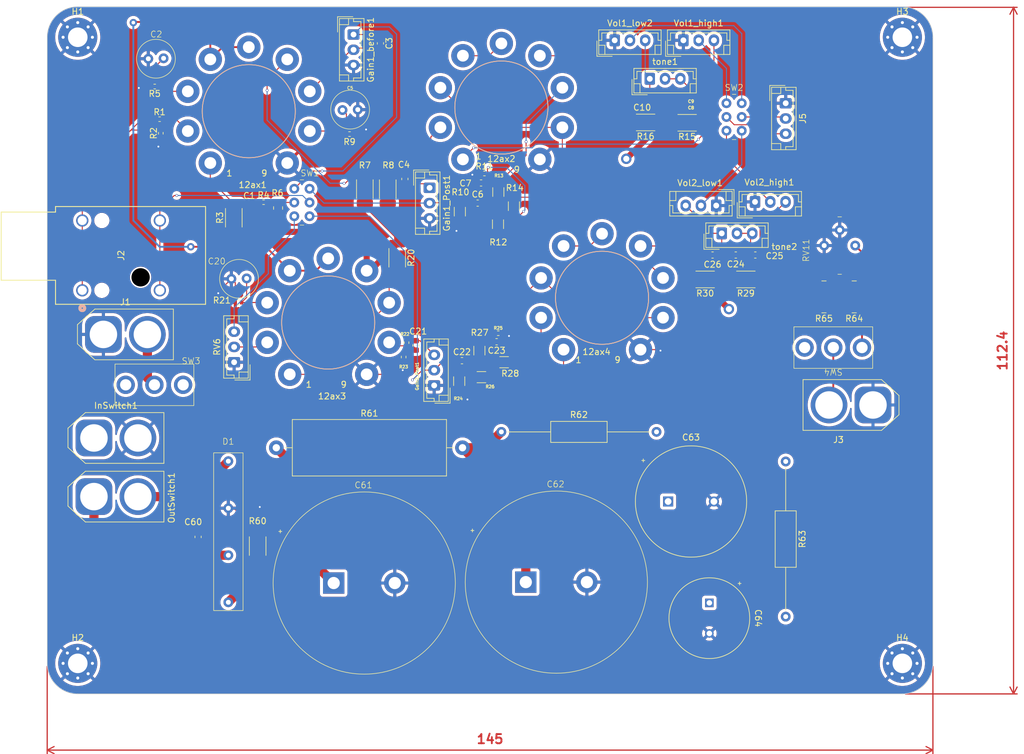
<source format=kicad_pcb>
(kicad_pcb (version 20241229) (generator "pcbnew") (generator_version "9.0")
  (layers (0 "F.Cu" signal) (4 "In1.Cu" signal) (6 "In2.Cu" signal) (2 "B.Cu" signal) (13 "F.Paste" user) (15 "B.Paste" user) (5 "F.SilkS" user "F.Silkscreen") (7 "B.SilkS" user "B.Silkscreen") (1 "F.Mask" user) (3 "B.Mask" user) (25 "Edge.Cuts" user))
  (net 0 "")
  (net 1 "Net-(C1-Pad2)")
  (net 2 "Net-(12ax1-1)")
  (net 3 "Net-(12ax1-3)")
  (net 4 "/Préampli/7")
  (net 5 "Net-(C3-Pad1)")
  (net 6 "Net-(C4-Pad1)")
  (net 7 "Net-(C4-Pad2)")
  (net 8 "Net-(12ax1-8)")
  (net 9 "Net-(C6-Pad1)")
  (net 10 "Net-(12ax2-2)")
  (net 11 "Net-(12ax2-7)")
  (net 12 "Net-(C8-Pad2)")
  (net 13 "Net-(12ax2-1)")
  (net 14 "Net-(C9-Pad1)")
  (net 15 "Net-(C10-Pad2)")
  (net 16 "Net-(12ax2-6)")
  (net 17 "Net-(12ax3-3)")
  (net 18 "Net-(C21-Pad1)")
  (net 19 "Net-(C21-Pad2)")
  (net 20 "Net-(C22-Pad1)")
  (net 21 "Net-(12ax4-2)")
  (net 22 "Net-(12ax4-7)")
  (net 23 "Net-(12ax4-1)")
  (net 24 "Net-(C24-Pad2)")
  (net 25 "Net-(C25-Pad1)")
  (net 26 "Net-(12ax4-6)")
  (net 27 "Net-(C26-Pad2)")
  (net 28 "Net-(OutSwitch1-Pin_1)")
  (net 29 "Net-(OutSwitch1-Pin_2)")
  (net 30 "Heater1_B")
  (net 31 "Net-(12ax1-2)")
  (net 32 "Net-(J2-Pad1)")
  (net 33 "D")
  (net 34 "Net-(R4-Pad2)")
  (net 35 "Net-(R11-Pad2)")
  (net 36 "Net-(12ax2-3)")
  (net 37 "C")
  (net 38 "Net-(12ax3-1)")
  (net 39 "Net-(12ax3-8)")
  (net 40 "Net-(R25-Pad2)")
  (net 41 "Net-(12ax4-3)")
  (net 42 "Heater1_A")
  (net 43 "Net-(RV6-Pad3)")
  (net 44 "Net-(12ax3-2)")
  (net 45 "5")
  (net 46 "2")
  (net 47 "3")
  (net 48 "+250V")
  (net 49 "Net-(J1-Pin_2)")
  (net 50 "Net-(J3-Pin_2)")
  (net 53 "/Préampli/neutre")
  (net 54 "Net-(D1-+)")
  (net 55 "Net-(C62-Pad1)")
  (net 56 "/Préampli/6")
  (net 57 "10")
  (net 58 "Net-(J5-Pin_2)")
  (net 59 "Net-(J5-Pin_3)")
  (footprint "Library_f:Holes_Switch_DPDT" (layer "F.Cu") (at 66.7 64.55)
    (property "Reference" "SW1")
    (property "Value" "SW_Push_DPDT")
  )
  (footprint "Connector_JST:JST_EH_B3B-EH-A_1x03_P2.50mm_Vertical" (layer "F.Cu") (at 140.875 64.45)
    (property "Reference" "Vol2_high1")
    (property "Value" "1M")
  )
  (footprint "Connector_JST:JST_EH_B3B-EH-A_1x03_P2.50mm_Vertical" (layer "F.Cu") (at 87.6 62.15 -90)
    (property "Reference" "Gain1_Post1")
    (property "Value" "1M")
  )
  (footprint "Preamp:NOVAL_BOTTOM_PCB" (layer "F.Cu") (at 115.8322 80.1512)
    (property "Reference" "12ax4")
    (property "Value" "~")
  )
  (footprint "Capacitor_SMD:C_0603_1608Metric" (layer "F.Cu") (at 95.475 64.65)
    (property "Reference" "C6")
    (property "Value" "47n")
  )
  (footprint "Connector_JST:JST_EH_B3B-EH-A_1x03_P2.50mm_Vertical" (layer "F.Cu") (at 135.425 69.6)
    (property "Reference" "tone2")
    (property "Value" "500k")
  )
  (footprint "Resistor_SMD:R_0402_1005Metric" (layer "F.Cu") (at 42.6 45.5667 180)
    (property "Reference" "R5")
    (property "Value" "1.5k")
  )
  (footprint "Capacitor_SMD:C_0603_1608Metric" (layer "F.Cu") (at 133.925 73.15)
    (property "Reference" "C26")
    (property "Value" "68n")
  )
  (footprint "Resistor_SMD:R_1206_3216Metric" (layer "F.Cu") (at 96.0875 93.15)
    (property "Reference" "R26")
    (property "Value" "1M")
  )
  (footprint "Resistor_SMD:R_2010_5025Metric" (layer "F.Cu") (at 55.55 67.05 90)
    (property "Reference" "R3")
    (property "Value" "100k")
  )
  (footprint "Resistor_SMD:R_0402_1005Metric" (layer "F.Cu") (at 60.425 64.5)
    (property "Reference" "R4")
    (property "Value" "68k")
  )
  (footprint "Capacitor_SMD:C_0603_1608Metric" (layer "F.Cu") (at 137.725 73.15)
    (property "Reference" "C24")
    (property "Value" "68n")
  )
  (footprint "Capacitor_SMD:C_0201_0603Metric" (layer "F.Cu") (at 58.075 64.5)
    (property "Reference" "C1")
    (property "Value" "1n")
  )
  (footprint "Resistor_SMD:R_0402_1005Metric" (layer "F.Cu") (at 74.49 53.3467)
    (property "Reference" "R9")
    (property "Value" "1.5k")
  )
  (footprint "Resistor_SMD:R_0402_1005Metric" (layer "F.Cu") (at 56.3 80.9233 180)
    (property "Reference" "R21")
    (property "Value" "1.5k")
  )
  (footprint "Capacitor_SMD:C_0603_1608Metric" (layer "F.Cu") (at 92.9 90.45)
    (property "Reference" "C22")
    (property "Value" "68n")
  )
  (footprint "Resistor_THT:R_Axial_DIN0309_L9.0mm_D3.2mm_P25.40mm_Horizontal" (layer "F.Cu") (at 145.9 106.95 -90)
    (property "Reference" "R63")
    (property "Value" "10k")
  )
  (footprint "Connector_JST:JST_EH_B3B-EH-A_1x03_P2.50mm_Vertical" (layer "F.Cu") (at 117.9 38)
    (property "Reference" "Vol1_low2")
    (property "Value" "1M")
  )
  (footprint "Resistor_SMD:R_0805_2012Metric" (layer "F.Cu") (at 62.8 65.45 -90)
    (property "Reference" "R6")
    (property "Value" "470k")
  )
  (footprint "Resistor_SMD:R_1206_3216Metric" (layer "F.Cu") (at 99.8 90.7)
    (property "Reference" "R28")
    (property "Value" "2.2k")
  )
  (footprint "Library_f:Capa_450V" (layer "F.Cu") (at 108.35 126.7)
    (property "Reference" "C62")
    (property "Value" "47u")
  )
  (footprint "Resistor_SMD:R_1206_3216Metric" (layer "F.Cu") (at 101.4 65.1533 90)
    (property "Reference" "R14")
    (property "Value" "2.2k")
  )
  (footprint "Preamp:CONN_NRJ4HF-1_NTK" (layer "F.Cu") (at 30.741104 78.9316 90)
    (property "Reference" "J2")
    (property "Value" "Jack-DC")
  )
  (footprint "Library_f:Potentiomètre_220" (layer "F.Cu") (at 154.74 71.6 180)
    (property "Reference" "RV11")
    (property "Value" "220")
  )
  (footprint "Resistor_SMD:R_0402_1005Metric" (layer "F.Cu") (at 83.35 89.85 -90)
    (property "Reference" "R23")
    (property "Value" "100k")
  )
  (footprint "Connector_AMASS:AMASS_XT60-M_1x02_P7.20mm_Vertical" (layer "F.Cu") (at 32.65 103.1)
    (property "Reference" "InSwitch1")
    (property "Value" "Conn_01x02")
  )
  (footprint "Library_f:Capa_L11mm_a2.5" (layer "F.Cu") (at 74.59 49.3467)
    (property "Reference" "C5")
    (property "Value" "22u")
  )
  (footprint "Resistor_SMD:R_2010_5025Metric" (layer "F.Cu") (at 80.75 62.3625 90)
    (property "Reference" "R8")
    (property "Value" "100k")
  )
  (footprint "MountingHole:MountingHole_3.2mm_M3_Pad_Via" (layer "F.Cu") (at 30 140)
    (property "Reference" "H2")
    (property "Value" "MountingHole_Pad")
  )
  (footprint "MountingHole:MountingHole_3.2mm_M3_Pad_Via" (layer "F.Cu") (at 165 37.5)
    (property "Reference" "H3")
    (property "Value" "MountingHole_Pad")
  )
  (footprint "Library_f:472123010111" (layer "F.Cu") (at 42.55 94.4)
    (property "Reference" "SW3")
    (property "Value" "SW_SPDT")
  )
  (footprint "Library_f:Capa_L11mm_a2.5" (layer "F.Cu") (at 42.8 41.0167 180)
    (property "Reference" "C2")
    (property "Value" "22u")
  )
  (footprint "Resistor_SMD:R_2010_5025Metric" (layer "F.Cu") (at 139.375 77.15 180)
    (property "Reference" "R29")
    (property "Value" "100k")
  )
  (footprint "Library_f:CP_Wurth_WCAP-AT1H-P5D13L25" (layer "F.Cu") (at 133.4 130.1 -90)
    (property "Reference" "C64")
    (property "Value" "22u")
  )
  (footprint "Connector_JST:JST_EH_B3B-EH-A_1x03_P2.50mm_Vertical" (layer "F.Cu") (at 55.6 90.7 90)
    (property "Reference" "RV6")
    (property "Value" "1M")
  )
  (footprint "Resistor_SMD:R_1020_2550Metric" (layer "F.Cu") (at 152.165 80 180)
    (property "Reference" "R65")
    (property "Value" "470")
  )
  (footprint "Resistor_SMD:R_0402_1005Metric" (layer "F.Cu") (at 43.4 50.91)
    (property "Reference" "R1")
    (property "Value" "68k")
  )
  (footprint "Resistor_SMD:R_1206_3216Metric" (layer "F.Cu") (at 92.55 66.05 -90)
    (property "Reference" "R10")
    (property "Value" "220k")
  )
  (footprint "Capacitor_SMD:C_0603_1608Metric" (layer "F.Cu") (at 140.925 73.15)
    (property "Reference" "C25")
    (property "Value" "4.7n")
  )
  (footprint "Preamp:NOVAL_BOTTOM_PCB" (layer "F.Cu") (at 58 49.6033)
    (property "Reference" "12ax1")
    (property "Value" "~")
  )
  (footprint "Resistor_SMD:R_0402_1005Metric" (layer "F.Cu") (at 98.84 85.95 180)
    (property "Reference" "R25")
    (property "Value" "47k")
  )
  (footprint "Connector_JST:JST_EH_B3B-EH-A_1x03_P2.50mm_Vertical" (layer "F.Cu") (at 123.65 44.3)
    (property "Reference" "tone1")
    (property "Value" "500k")
  )
  (footprint "Connector_AMASS:AMASS_XT60-M_1x02_P7.20mm_Vertical" (layer "F.Cu") (at 32.65 112.7)
    (property "Reference" "OutSwitch1")
    (property "Value" "Conn_01x02")
  )
  (footprint "Preamp:NOVAL_BOTTOM_PCB" (layer "F.Cu") (at 99.35 49.0033)
    (property "Reference" "12ax2")
    (property "Value" "~")
  )
  (footprint "Capacitor_SMD:C_0603_1608Metric" (layer "F.Cu") (at 96.025 61.35)
    (property "Reference" "C7")
    (property "Value" "47n")
  )
  (footprint "Capacitor_SMD:C_0201_0603Metric" (layer "F.Cu") (at 131.65 49.05)
    (property "Reference" "C8")
    (property "Value" "100n")
  )
  (footprint "Library_f:Pont_diodes" (layer "F.Cu") (at 54.65 118.45)
    (property "Reference" "D1")
    (property "Value" "4GBJ406U")
  )
  (footprint "Resistor_SMD:R_2010_5025Metric" (layer "F.Cu") (at 132.7125 77.15 180)
    (property "Reference" "R30")
    (property "Value" "100k")
  )
  (footprint "Resistor_SMD:R_1020_2550Metric" (layer "F.Cu") (at 157.115 80 180)
    (property "Reference" "R64")
    (property "Value" "470")
  )
  (footprint "MountingHole:MountingHole_3.2mm_M3_Pad_Via" (layer "F.Cu") (at 165 140)
    (property "Reference" "H4")
    (property "Value" "MountingHole_Pad")
  )
  (footprint "Preamp:NOVAL_BOTTOM_PCB" (layer "F.Cu") (at 71 84.2)
    (property "Reference" "12ax3")
    (property "Value" "~")
  )
  (footprint "Connector_JST:JST_EH_B3B-EH-A_1x03_P2.50mm_Vertical" (layer "F.Cu") (at 88.35 94.5 90)
    (property "Reference" "Gain2_Post1")
    (property "Value" "1M")
  )
  (footprint "Resistor_SMD:R_2010_5025Metric" (layer "F.Cu") (at 77 62.35 90)
    (property "Reference" "R7")
    (property "Value" "100k")
  )
  (footprint "Capacitor_SMD:C_0603_1608Metric" (layer "F.Cu") (at 49.7 119.3 -90)
    (property "Reference" "C60")
    (property "Value" "10n")
  )
  (footprint "Resistor_SMD:R_2010_5025Metric" (layer "F.Cu") (at 129.7625 51.5 180)
    (property "Reference" "R15")
    (property "Value" "100k")
  )
  (footprint "Resistor_SMD:R_2010_5025Metric" (layer "F.Cu") (at 82.3 73.6 -90)
    (property "Reference" "R20")
    (property "Value" "100k")
  )
  (footprint "Resistor_SMD:R_1206_3216Metric" (layer "F.Cu") (at 98.8 68.1033 90)
    (property "Reference" "R12")
    (property "Value" "1M")
  )
  (footprint "Capacitor_SMD:C_0201_0603Metric" (layer "F.Cu") (at 131.65 48)
    (property "Reference" "C9")
    (property "Value" "2.2n")
  )
  (footprint "Capacitor_SMD:C_0603_1608Metric" (layer "F.Cu") (at 83.55 60.7 -90)
    (property "Reference" "C4")
    (property "Value" "47n")
  )
  (footprint "Connector_JST:JST_EH_B3B-EH-A_1x03_P2.50mm_Vertical" (layer "F.Cu") (at 145.9 48.3 -90)
    (property "Reference" "J5")
    (property "Value" "Conn_01x03")
  )
  (footprint "Library_f:Holes_Switch_DPDT" (layer "F.Cu") (at 137.45 50.55)
    (property "Reference" "SW2")
    (property "Value" "SW_Push_DPDT")
  )
  (footprint "Resistor_SMD:R_1206_3216Metric" (layer "F.Cu") (at 92.45 93.8 -90)
    (property "Reference" "R24")
    (property "Value" "220k")
  )
  (footprint "Connector_JST:JST_EH_B3B-EH-A_1x03_P2.50mm_Vertical" (layer "F.Cu") (at 134.525 65.05 180)
    (property "Reference" "Vol2_low1")
    (property "Value" "1M")
  )
  (footprint "Resistor_SMD:R_0402_1005Metric" (layer "F.Cu") (at 43.6 53.21 90)
    (property "Reference" "R2")
    (property "Value" "1M")
  )
  (footprint "Connector_AMASS:AMASS_XT60-M_1x02_P7.20mm_Vertical" (layer "F.Cu") (at 160.19 97.7 180)
    (property "Reference" "J3")
    (property "Value" "Conn_01x02")
  )
  (footprint "Connector_AMASS:AMASS_XT60-M_1x02_P7.20mm_Vertical" (layer "F.Cu") (at 34.2 86.15)
    (property "Reference" "J1")
    (property "Value" "Conn_01x02")
  )
  (footprint "Connector_JST:JST_EH_B3B-EH-A_1x03_P2.50mm_Vertical" (layer "F.Cu") (at 75.15 37.05 -90)
    (property "Reference" "Gain1_before1")
    (property "Value" "1M")
  )
  (footprint "Capacitor_SMD:C_0201_0603Metric" (layer "F.Cu") (at 122.4 47.6)
    (property "Reference" "C10")
    (property "Value" "100n")
  )
  (footprint "Capacitor_SMD:C_0603_1608Metric" (layer "F.Cu") (at 98.575 87.35 180)
    (property "Reference" "C23")
    (property "Value" "68n")
  )
  (footprint "Connector_JST:JST_EH_B3B-EH-A_1x03_P2.50mm_Vertical" (layer "F.Cu") (at 129.15 38)
    (property "Reference" "Vol1_high1")
    (property "Value" "1M")
  )
  (footprint "Resistor_SMD:R_2010_5025Metric" (layer "F.Cu") (at 122.9625 51.45 180)
    (property "Reference" "R16")
    (property "Value" "100k")
  )
  (footprint "Resistor_SMD:R_1206_3216Metric" (layer "F.Cu") (at 98.85 62.8408 90)
    (property "Reference" "R13")
    (property "Value" "1M")
  )
  (footprint "Resistor_SMD:R_0402_1005Metric" (layer "F.Cu") (at 96.575 59.8)
    (property "Reference" "R11")
    (property "Value" "47k")
  )
  (footprint "Library_f:472123010111" (layer "F.Cu") (at 153.69 88.3 180)
    (property "Reference" "SW4")
    (property "Value" "SW_SPDT")
  )
  (footprint "Resistor_THT:R_Axial_Power_L25.0mm_W9.0mm_P30.48mm" (layer "F.Cu") (at 62.505 104.7)
    (property "Reference" "R61")
    (property "Value" "150")
  )
  (footprint "Library_f:CP_Wurth_WCAP-AT1H-P7.5D18L21" (layer "F.Cu") (at 126.65 113.5)
    (property "Reference" "C63")
    (property "Value" "33u")
  )
  (footprint "Library_f:Capa_L11mm_a2.5" (layer "F.Cu") (at 56.4 77.05 180)
    (property "Reference" "C20")
    (property "Value" "22u")
  )
  (footprint "Capacitor_SMD:C_0603_1608Metric" (layer "F.Cu") (at 79.55 38.5 -90)
    (property "Reference" "C3")
    (property "Value" "100p")
  )
  (footprint "Resistor_SMD:R_2010_5025Metric" (layer "F.Cu") (at 59.45 120.8 90)
    (property "Reference" "R60")
    (property "Value" "220k")
  )
  (footprint "Capacitor_SMD:C_0603_1608Metric" (layer "F.Cu") (at 85.375 87.95 90)
    (property "Reference" "C21")
    (property "Value" "68n")
  )
  (footprint "Library_f:Capa_450V" (layer "F.Cu") (at 76.9 126.85)
    (property "Reference" "C61")
    (property "Value" "220u")
  )
  (footprint "Resistor_SMD:R_1206_3216Metric" (layer "F.Cu") (at 95.75 88.8 90)
    (property "Reference" "R27")
    (property "Value" "1M")
  )
  (footprint "Resistor_SMD:R_0402_1005Metric" (layer "F.Cu") (at 83.825 87.5 90)
    (property "Reference" "R22")
    (property "Value" "100k")
  )
  (footprint "Resistor_THT:R_Axial_DIN0309_L9.0mm_D3.2mm_P25.40mm_Horizontal" (layer "F.Cu") (at 99.35 102.1)
    (property "Reference" "R62")
    (property "Value" "10k")
  )
  (footprint "MountingHole:MountingHole_3.2mm_M3_Pad_Via" (layer "F.Cu") (at 30 37.5)
    (property "Reference" "H1")
    (property "Value" "MountingHole_Pad")
  )
  (gr_line (start 30 32.5) (end 165 32.5) (stroke (width 0.1)) (layer "Edge.Cuts"))
  (gr_arc (start 25 37.5) (mid 26.464466 33.964466) (end 30 32.5) (stroke (width 0.1)) (layer "Edge.Cuts"))
  (gr_arc (start 30 145) (mid 26.464466 143.535534) (end 25 140) (stroke (width 0.1)) (layer "Edge.Cuts"))
  (gr_line (start 25 140) (end 25 37.5) (stroke (width 0.1)) (layer "Edge.Cuts"))
  (gr_line (start 170 37.5) (end 170 140) (stroke (width 0.1)) (layer "Edge.Cuts"))
  (gr_arc (start 170 140) (mid 168.535534 143.535534) (end 165 145) (stroke (width 0.1)) (layer "Edge.Cuts"))
  (gr_line (start 165 145) (end 30 145) (stroke (width 0.1)) (layer "Edge.Cuts"))
  (gr_arc (start 165 32.5) (mid 168.535534 33.964466) (end 170 37.5) (stroke (width 0.1)) (layer "Edge.Cuts"))
  (dimension (type orthogonal) (layer "F.Cu") (pts (xy 25 140) (xy 170 140)) (height 14.2) (orientation 0) (format (prefix "") (suffix "") (units 3) (units_format 0) (precision 4) (suppress_zeroes yes)) (style (thickness 0.2) (arrow_length 1.27) (text_position_mode 0) (arrow_direction outward) (extension_height 0.58642) (extension_offset 0.5) (keep_text_aligned yes)) (gr_text "145" (at 97.5 152.4 0) (layer "F.Cu") (effects (font (size 1.5 1.5) (thickness 0.3)))))
  (dimension (type orthogonal) (layer "F.Cu") (pts (xy 165 145) (xy 165.1 32.6)) (height 18.2) (orientation 1) (format (prefix "") (suffix "") (units 3) (units_format 0) (precision 4) (suppress_zeroes yes)) (style (thickness 0.2) (arrow_length 1.27) (text_position_mode 0) (arrow_direction outward) (extension_height 0.58642) (extension_offset 0.5) (keep_text_aligned yes)) (gr_text "112,4" (at 181.4 88.8 90) (layer "F.Cu") (effects (font (size 1.5 1.5) (thickness 0.3)))))
  (segment (start 58.395 64.5) (end 59.915 64.5) (width 0.16) (layer "F.Cu") (net 1))
  (segment (start 57.5175 64.7375) (end 57.755 64.5) (width 0.16) (layer "F.Cu") (net 2))
  (segment (start 55.55 64.7375) (end 51.7008 60.8883) (width 0.16) (layer "F.Cu") (net 2))
  (segment (start 55.55 64.7375) (end 57.5175 64.7375) (width 0.16) (layer "F.Cu") (net 2))
  (segment (start 51.7008 60.8883) (end 51.7008 58.0869) (width 0.16) (layer "F.Cu") (net 2))
  (segment (start 48.0178 46.3521) (end 43.8954 46.3521) (width 0.16) (layer "F.Cu") (net 3))
  (segment (start 43.11 45.5667) (end 43.11 41.8867) (width 0.16) (layer "F.Cu") (net 3))
  (segment (start 43.11 41.8867) (end 44.05 40.9467) (width 0.16) (layer "F.Cu") (net 3))
  (segment (start 43.8954 46.3521) (end 43.11 45.5667) (width 0.16) (layer "F.Cu") (net 3))
  (segment (start 75.15 39.55) (end 74.7843 39.55) (width 0.16) (layer "F.Cu") (net 4))
  (segment (start 75.425 39.275) (end 75.15 39.55) (width 0.16) (layer "F.Cu") (net 4))
  (segment (start 74.7843 39.55) (end 67.9822 46.3521) (width 0.16) (layer "F.Cu") (net 4))
  (segment (start 79.55 39.275) (end 75.425 39.275) (width 0.16) (layer "F.Cu") (net 4))
  (segment (start 65.45 62.3) (end 68.35 59.4) (width 0.16) (layer "F.Cu") (net 5))
  (segment (start 75.15 37.05) (end 78.875 37.05) (width 0.16) (layer "F.Cu") (net 5))
  (segment (start 78.875 37.05) (end 79.55 37.725) (width 0.16) (layer "F.Cu") (net 5))
  (segment (start 68.35 59.4) (end 70 59.4) (width 0.16) (layer "F.Cu") (net 5))
  (via (at 70 59.4) (size 0.45) (drill 0.3) (layers "F.Cu" "B.Cu") (net 5))
  (segment (start 76.4 35.8) (end 75.15 37.05) (width 0.16) (layer "B.Cu") (net 5))
  (segment (start 73.4 59.4) (end 82.2 50.6) (width 0.16) (layer "B.Cu") (net 5))
  (segment (start 81 35.8) (end 76.4 35.8) (width 0.16) (layer "B.Cu") (net 5))
  (segment (start 70 59.4) (end 73.4 59.4) (width 0.16) (layer "B.Cu") (net 5))
  (segment (start 82.2 37) (end 81 35.8) (width 0.16) (layer "B.Cu") (net 5))
  (segment (start 82.2 50.6) (end 82.2 37) (width 0.16) (layer "B.Cu") (net 5))
  (segment (start 75.15 36.65) (end 75.15 37.05) (width 0.16) (layer "B.Cu") (net 5))
  (segment (start 83.425 60.05) (end 83.55 59.925) (width 0.16) (layer "F.Cu") (net 6))
  (segment (start 80.75 60.05) (end 83.425 60.05) (width 0.16) (layer "F.Cu") (net 6))
  (segment (start 83.55 61.475) (end 86.925 61.475) (width 0.16) (layer "F.Cu") (net 7))
  (segment (start 86.925 61.475) (end 87.6 62.15) (width 0.16) (layer "F.Cu") (net 7))
  (segment (start 73.98 50.0567) (end 73.34 49.4167) (width 0.16) (layer "F.Cu") (net 8))
  (segment (start 73.4878 52.8545) (end 73.98 53.3467) (width 0.16) (layer "F.Cu") (net 8))
  (segment (start 67.9822 52.8545) (end 73.4878 52.8545) (width 0.16) (layer "F.Cu") (net 8))
  (segment (start 73.98 53.3467) (end 73.98 50.0567) (width 0.16) (layer "F.Cu") (net 8))
  (segment (start 92.55 64.5875) (end 87.6625 64.5875) (width 0.16) (layer "F.Cu") (net 9))
  (segment (start 92.6125 64.65) (end 92.55 64.5875) (width 0.16) (layer "F.Cu") (net 9))
  (segment (start 87.6625 64.5875) (end 87.6 64.65) (width 0.16) (layer "F.Cu") (net 9))
  (segment (start 94.7 64.65) (end 92.6125 64.65) (width 0.16) (layer "F.Cu") (net 9))
  (segment (start 70.3 64.65) (end 67.95 62.3) (width 0.16) (layer "B.Cu") (net 9))
  (segment (start 87.6 64.65) (end 70.3 64.65) (width 0.16) (layer "B.Cu") (net 9))
  (segment (start 96.25 64.65) (end 96.25 67.0158) (width 0.16) (layer "F.Cu") (net 10))
  (segment (start 96.25 67.0158) (end 98.8 69.5658) (width 0.16) (layer "F.Cu") (net 10))
  (segment (start 87.8 56.2) (end 87.8 53.8223) (width 0.16) (layer "F.Cu") (net 10))
  (segment (start 87.8 53.8223) (end 89.3678 52.2545) (width 0.16) (layer "F.Cu") (net 10))
  (segment (start 96.25 64.65) (end 87.8 56.2) (width 0.16) (layer "F.Cu") (net 10))
  (segment (start 98.8217 61.35) (end 98.85 61.3783) (width 0.16) (layer "F.Cu") (net 11))
  (segment (start 98.85 61.3783) (end 103.4 56.8283) (width 0.16) (layer "F.Cu") (net 11))
  (segment (start 103.4 56.8283) (end 103.4 54.6) (width 0.16) (layer "F.Cu") (net 11))
  (segment (start 96.8 61.35) (end 98.8217 61.35) (width 0.16) (layer "F.Cu") (net 11))
  (via (at 103.4 54.6) (size 0.45) (drill 0.3) (layers "F.Cu" "B.Cu") (net 11))
  (segment (start 103.4 54.6) (end 103.4 51.6843) (width 0.16) (layer "B.Cu") (net 11))
  (segment (start 103.4 51.6843) (end 109.3322 45.7521) (width 0.16) (layer "B.Cu") (net 11))
  (segment (start 131.97 48) (end 131.97 49.05) (width 0.16) (layer "F.Cu") (net 12))
  (segment (start 134.15 45.65) (end 134.15 38) (width 0.16) (layer "F.Cu") (net 12))
  (segment (start 131.97 48) (end 131.97 47.83) (width 0.16) (layer "F.Cu") (net 12))
  (segment (start 131.97 47.83) (end 134.15 45.65) (width 0.16) (layer "F.Cu") (net 12))
  (segment (start 93.0508 57.4869) (end 93.0508 57.3492) (width 0.16) (layer "F.Cu") (net 13))
  (segment (start 131.6 54.2) (end 132.075 53.725) (width 0.16) (layer "F.Cu") (net 13))
  (segment (start 132.075 49.795) (end 131.33 49.05) (width 0.16) (layer "F.Cu") (net 13))
  (segment (start 132.075 51.5) (end 132.075 49.795) (width 0.16) (layer "F.Cu") (net 13))
  (segment (start 132.075 53.725) (end 132.075 51.5) (width 0.16) (layer "F.Cu") (net 13))
  (segment (start 93.0508 57.3492) (end 94.8 55.6) (width 0.16) (layer "F.Cu") (net 13))
  (via (at 131.6 54.2) (size 0.45) (drill 0.3) (layers "F.Cu" "B.Cu") (net 13))
  (via (at 94.8 55.6) (size 0.45) (drill 0.3) (layers "F.Cu" "B.Cu") (net 13))
  (segment (start 130.8 55) (end 131.6 54.2) (width 0.16) (layer "B.Cu") (net 13))
  (segment (start 105 55) (end 130.8 55) (width 0.16) (layer "B.Cu") (net 13))
  (segment (start 94.8 55.6) (end 104.4 55.6) (width 0.16) (layer "B.Cu") (net 13))
  (segment (start 104.4 55.6) (end 105 55) (width 0.16) (layer "B.Cu") (net 13))
  (segment (start 131.33 46.98) (end 128.65 44.3) (width 0.16) (layer "F.Cu") (net 14))
  (segment (start 131.33 48) (end 131.33 46.98) (width 0.16) (layer "F.Cu") (net 14))
  (segment (start 128.65 44.3) (end 126.15 44.3) (width 0.16) (layer "F.Cu") (net 14))
  (segment (start 123.65 44.3) (end 123.65 46.67) (width 0.16) (layer "F.Cu") (net 15))
  (segment (start 123.65 46.67) (end 122.72 47.6) (width 0.16) (layer "F.Cu") (net 15))
  (segment (start 122.9 38) (end 122.9 43.55) (width 0.16) (layer "B.Cu") (net 15))
  (segment (start 122.9 43.55) (end 123.65 44.3) (width 0.16) (layer "B.Cu") (net 15))
  (segment (start 120.65 49.03) (end 122.08 47.6) (width 0.16) (layer "F.Cu") (net 16))
  (segment (start 109.7197 40.5197) (end 120.65 51.45) (width 0.16) (layer "F.Cu") (net 16))
  (segment (start 120.65 51.45) (end 120.65 49.03) (width 0.16) (layer "F.Cu") (net 16))
  (segment (start 105.6492 40.5197) (end 109.7197 40.5197) (width 0.16) (layer "F.Cu") (net 16))
  (segment (start 57.65 80.0833) (end 56.81 80.9233) (width 0.16) (layer "F.Cu") (net 17))
  (segment (start 57.65 76.98) (end 57.65 80.0833) (width 0.16) (layer "F.Cu") (net 17))
  (segment (start 60.9923 80.9233) (end 61.0178 80.9488) (width 0.16) (layer "F.Cu") (net 17))
  (segment (start 56.81 80.9233) (end 60.9923 80.9233) (width 0.16) (layer "F.Cu") (net 17))
  (segment (start 85.375 88.725) (end 85.375 88.54) (width 0.16) (layer "F.Cu") (net 18))
  (segment (start 85.375 88.54) (end 83.825 86.99) (width 0.16) (layer "F.Cu") (net 18))
  (segment (start 86.025 87.175) (end 85.375 87.175) (width 0.16) (layer "F.Cu") (net 19))
  (segment (start 88.35 89.5) (end 86.025 87.175) (width 0.16) (layer "F.Cu") (net 19))
  (segment (start 86.4 92) (end 84.8 93.6) (width 0.16) (layer "F.Cu") (net 20))
  (segment (start 92.125 90.45) (end 92.125 92.0125) (width 0.16) (layer "F.Cu") (net 20))
  (segment (start 89.9 90.45) (end 88.35 92) (width 0.16) (layer "F.Cu") (net 20))
  (segment (start 92.125 90.45) (end 89.9 90.45) (width 0.16) (layer "F.Cu") (net 20))
  (segment (start 88.35 92) (end 86.4 92) (width 0.16) (layer "F.Cu") (net 20))
  (segment (start 92.125 92.0125) (end 92.45 92.3375) (width 0.16) (layer "F.Cu") (net 20))
  (via (at 84.8 93.6) (size 0.45) (drill 0.3) (layers "F.Cu" "B.Cu") (net 20))
  (segment (start 77.8 66.8) (end 67.95 66.8) (width 0.16) (layer "B.Cu") (net 20))
  (segment (start 84.8 93.6) (end 85.6 92.8) (width 0.16) (layer "B.Cu") (net 20))
  (segment (start 85.6 74.6) (end 77.8 66.8) (width 0.16) (layer "B.Cu") (net 20))
  (segment (start 85.6 92.8) (end 85.6 74.6) (width 0.16) (layer "B.Cu") (net 20))
  (segment (start 105.85 83.4024) (end 105.85 92.55) (width 0.16) (layer "F.Cu") (net 21))
  (segment (start 94.625 93.15) (end 94.625 95.025) (width 0.16) (layer "F.Cu") (net 21))
  (segment (start 100.8 97.6) (end 97.2 97.6) (width 0.16) (layer "F.Cu") (net 21))
  (segment (start 93.675 90.45) (end 93.675 92.2) (width 0.16) (layer "F.Cu") (net 21))
  (segment (start 94.625 95.025) (end 97.2 97.6) (width 0.16) (layer "F.Cu") (net 21))
  (segment (start 105.85 92.55) (end 100.8 97.6) (width 0.16) (layer "F.Cu") (net 21))
  (segment (start 93.675 92.2) (end 94.625 93.15) (width 0.16) (layer "F.Cu") (net 21))
  (segment (start 123.3144 74.4) (end 102.8 74.4) (width 0.16) (layer "F.Cu") (net 22))
  (segment (start 95.75 81.45) (end 95.75 87.3375) (width 0.16) (layer "F.Cu") (net 22))
  (segment (start 102.8 74.4) (end 95.75 81.45) (width 0.16) (layer "F.Cu") (net 22))
  (segment (start 95.75 87.3375) (end 97.7875 87.3375) (width 0.16) (layer "F.Cu") (net 22))
  (segment (start 125.8144 76.9) (end 123.3144 74.4) (width 0.16) (layer "F.Cu") (net 22))
  (segment (start 97.7875 87.3375) (end 97.8 87.35) (width 0.16) (layer "F.Cu") (net 22))
  (segment (start 141.6875 81.3125) (end 128.8 94.2) (width 0.16) (layer "F.Cu") (net 23))
  (segment (start 128.8 94.2) (end 112.4 94.2) (width 0.16) (layer "F.Cu") (net 23))
  (segment (start 140.95 77.15) (end 141.6875 77.15) (width 0.16) (layer "F.Cu") (net 23))
  (segment (start 136.95 73.15) (end 140.95 77.15) (width 0.16) (layer "F.Cu") (net 23))
  (segment (start 112.4 94.2) (end 109.533 91.333) (width 0.16) (layer "F.Cu") (net 23))
  (segment (start 141.6875 77.15) (end 141.6875 81.3125) (width 0.16) (layer "F.Cu") (net 23))
  (segment (start 109.533 91.333) (end 109.533 88.6348) (width 0.16) (layer "F.Cu") (net 23))
  (segment (start 141.7 73.15) (end 141.7 68.625) (width 0.16) (layer "F.Cu") (net 24))
  (segment (start 139.75 74.4) (end 140.45 74.4) (width 0.16) (layer "F.Cu") (net 24))
  (segment (start 138.5 73.15) (end 139.75 74.4) (width 0.16) (layer "F.Cu") (net 24))
  (segment (start 140.45 74.4) (end 141.7 73.15) (width 0.16) (layer "F.Cu") (net 24))
  (segment (start 141.7 68.625) (end 145.875 64.45) (width 0.16) (layer "F.Cu") (net 24))
  (segment (start 140.15 73.15) (end 140.15 69.875) (width 0.16) (layer "F.Cu") (net 25))
  (segment (start 140.15 69.875) (end 140.425 69.6) (width 0.16) (layer "F.Cu") (net 25))
  (segment (start 137.925 69.6) (end 140.425 69.6) (width 0.16) (layer "F.Cu") (net 25))
  (segment (start 124.9176 71.6676) (end 130.4 77.15) (width 0.16) (layer "F.Cu") (net 26))
  (segment (start 133.15 73.15) (end 133.15 74.4) (width 0.16) (layer "F.Cu") (net 26))
  (segment (start 133.15 74.4) (end 130.4 77.15) (width 0.16) (layer "F.Cu") (net 26))
  (segment (start 122.1314 71.6676) (end 124.9176 71.6676) (width 0.16) (layer "F.Cu") (net 26))
  (segment (start 135.425 72.425) (end 134.7 73.15) (width 0.16) (layer "F.Cu") (net 27))
  (segment (start 135.425 69.6) (end 135.425 72.425) (width 0.16) (layer "F.Cu") (net 27))
  (segment (start 134.075 69.6) (end 135.425 69.6) (width 0.16) (layer "F.Cu") (net 27))
  (segment (start 129.525 65.05) (end 134.075 69.6) (width 0.16) (layer "F.Cu") (net 27))
  (segment (start 54.65 122.3) (end 50.5 122.3) (width 1.5) (layer "F.Cu") (net 28))
  (segment (start 32.65 123.85) (end 34.8 126) (width 1.5) (layer "F.Cu") (net 28))
  (segment (start 50.5 122.3) (end 49.7 121.5) (width 1.5) (layer "F.Cu") (net 28))
  (segment (start 34.8 126) (end 39.8 126) (width 1.5) (layer "F.Cu") (net 28))
  (segment (start 32.65 112.7) (end 32.65 123.85) (width 1.5) (layer "F.Cu") (net 28))
  (segment (start 49.7 120.075) (end 49.7 121.5) (width 1.5) (layer "F.Cu") (net 28))
  (segment (start 45.725 120.075) (end 49.7 120.075) (width 1.5) (layer "F.Cu") (net 28))
  (segment (start 39.8 126) (end 45.725 120.075) (width 1.5) (layer "F.Cu") (net 28))
  (segment (start 49.7 117.7) (end 49.7 118.274) (width 1.5) (layer "F.Cu") (net 29))
  (segment (start 49.8 111.75) (end 49.8 117.6) (width 1.5) (layer "F.Cu") (net 29))
  (segment (start 44.7 112.7) (end 49.7 117.7) (width 1.5) (layer "F.Cu") (net 29))
  (segment (start 54.65 106.9) (end 49.8 111.75) (width 1.5) (layer "F.Cu") (net 29))
  (segment (start 39.85 112.7) (end 44.7 112.7) (width 1.5) (layer "F.Cu") (net 29))
  (segment (start 49.8 117.6) (end 49.7 117.7) (width 1.5) (layer "F.Cu") (net 29))
  (segment (start 100.6 87) (end 100.6 86.4) (width 0.16) (layer "F.Cu") (net 30))
  (segment (start 40.2333 45.5667) (end 40 45.8) (width 0.16) (layer "F.Cu") (net 30))
  (segment (start 125.2348 88.6348) (end 125.4 88.8) (width 0.16) (layer "F.Cu") (net 30))
  (segment (start 43.6 53.72) (end 43.6 55) (width 0.16) (layer "F.Cu") (net 30))
  (segment (start 93.8 96.6125) (end 93.8 96.8) (width 0.16) (layer "F.Cu") (net 30))
  (segment (start 75 53.3467) (end 76.4533 53.3467) (width 0.16) (layer "F.Cu") (net 30))
  (segment (start 82.5164 92.6836) (end 83.2 92) (width 0.16) (layer "F.Cu") (net 30))
  (segment (start 100.6 87) (end 100.25 87.35) (width 0.16) (layer "F.Cu") (net 30))
  (segment (start 53 79.2) (end 53 79.4) (width 0.16) (layer "F.Cu") (net 30))
  (segment (start 122.1314 88.6348) (end 125.2348 88.6348) (width 0.16) (layer "F.Cu") (net 30))
  (segment (start 76.4533 53.3467) (end 77.2 52.6) (width 0.16) (layer "F.Cu") (net 30))
  (segment (start 55.79 77.69) (end 55.15 77.05) (width 0.16) (layer "F.Cu") (net 30))
  (segment (start 77.2992 92.6836) (end 82.5164 92.6836) (width 0.16) (layer "F.Cu") (net 30))
  (segment (start 94.8 59.8) (end 94.6 60) (width 0.16) (layer "F.Cu") (net 30))
  (segment (start 55.5625 114.6) (end 54.65 114.6) (width 0.16) (layer "F.Cu") (net 30))
  (segment (start 99.35 85.95) (end 100.15 85.95) (width 0.16) (layer "F.Cu") (net 30))
  (segment (start 59.6 114.6) (end 59.8 114.4) (width 0.16) (layer "F.Cu") (net 30))
  (segment (start 83.35 91.85) (end 83.2 92) (width 0.16) (layer "F.Cu") (net 30))
  (segment (start 43.6 55) (end 43.2 55.4) (width 0.16) (layer "F.Cu") (net 30))
  (segment (start 59.45 118.4875) (end 55.5625 114.6) (width 0.16) (layer "F.Cu") (net 30))
  (segment (start 96.065 59.8) (end 94.8 59.8) (width 0.16) (layer "F.Cu") (net 30))
  (segment (start 100.15 85.95) (end 100.6 86.4) (width 0.16) (layer "F.Cu") (net 30))
  (segment (start 92.55 67.5125) (end 92.55 68.65) (width 0.16) (layer "F.Cu") (net 30))
  (segment (start 55.15 77.05) (end 53 79.2) (width 0.16) (layer "F.Cu") (net 30))
  (segment (start 55.79 80.9233) (end 54.5233 80.9233) (width 0.16) (layer "F.Cu") (net 30))
  (segment (start 95.25 60.615) (end 96.065 59.8) (width 0.16) (layer "F.Cu") (net 30))
  (segment (start 55.79 80.9233) (end 55.79 77.69) (width 0.16) (layer "F.Cu") (net 30))
  (segment (start 54.5233 80.9233) (end 53 79.4) (width 0.16) (layer "F.Cu") (net 30))
  (segment (start 92.55 68.65) (end 92 69.2) (width 0.16) (layer "F.Cu") (net 30))
  (segment (start 54.65 114.6) (end 59.6 114.6) (width 0.16) (layer "F.Cu") (net 30))
  (segment (start 100.25 87.35) (end 99.35 87.35) (width 0.16) (layer "F.Cu") (net 30))
  (segment (start 42.09 45.5667) (end 40.2333 45.5667) (width 0.16) (layer "F.Cu") (net 30))
  (segment (start 83.35 90.36) (end 83.35 91.85) (width 0.16) (layer "F.Cu") (net 30))
  (segment (start 95.25 61.35) (end 95.25 60.615) (width 0.16) (layer "F.Cu") (net 30))
  (segment (start 92.45 95.2625) (end 93.8 96.6125) (width 0.16) (layer "F.Cu") (net 30))
  (via (at 59.8 114.4) (size 0.45) (drill 0.3) (layers "F.Cu" "B.Cu") (net 30))
  (via (at 93.8 96.8) (size 0.45) (drill 0.3) (layers "F.Cu" "B.Cu") (net 30))
  (via (at 43.2 55.4) (size 0.45) (drill 0.3) (layers "F.Cu" "B.Cu") (net 30))
  (via (at 125.4 88.8) (size 0.45) (drill 0.3) (layers "F.Cu" "B.Cu") (net 30))
  (via (at 94.6 60) (size 0.45) (drill 0.3) (layers "F.Cu" "B.Cu") (net 30))
  (via (at 100.6 86.4) (size 0.45) (drill 0.3) (layers "F.Cu" "B.Cu") (net 30))
  (via (at 83.2 92) (size 0.45) (drill 0.3) (layers "F.Cu" "B.Cu") (net 30))
  (via (at 92 69.2) (size 0.45) (drill 0.3) (layers "F.Cu" "B.Cu") (net 30))
  (via (at 77.2 52.6) (size 0.45) (drill 0.3) (layers "F.Cu" "B.Cu") (net 30))
  (via (at 53 79.4) (size 0.45) (drill 0.3) (layers "F.Cu" "B.Cu") (net 30))
  (via (at 40 45.8) (size 0.45) (drill 0.3) (layers "F.Cu" "B.Cu") (net 30))
  (segment (start 48.0178 52.8545) (end 46.0733 50.91) (width 0.16) (layer "F.Cu") (net 31))
  (segment (start 46.0733 50.91) (end 43.91 50.91) (width 0.16) (layer "F.Cu") (net 31))
  (segment (start 40.49 50.91) (end 38.5 52.9) (width 0.16) (layer "F.Cu") (net 32))
  (segment (start 42.89 50.91) (end 40.49 50.91) (width 0.16) (layer "F.Cu") (net 32))
  (segment (start 38.7 52.7) (end 38.5 52.9) (width 0.16) (layer "F.Cu") (net 32))
  (segment (start 30.741104 60.658896) (end 38.5 52.9) (width 0.16) (layer "F.Cu") (net 32))
  (segment (start 30.741104 78.9316) (end 30.741104 67.5016) (width 0.16) (layer "F.Cu") (net 32))
  (segment (start 43.6 52.7) (end 38.7 52.7) (width 0.16) (layer "F.Cu") (net 32))
  (segment (start 30.741104 67.5016) (end 30.741104 60.658896) (width 0.16) (layer "F.Cu") (net 32))
  (segment (start 77.2992 72.6992) (end 77.2992 75.7164) (width 1) (layer "F.Cu") (net 33))
  (segment (start 77.2992 75.7164) (end 77.8711 75.7164) (width 1) (layer "F.Cu") (net 33))
  (segment (start 82.3 71.2875) (end 82.3 69.9625) (width 1) (layer "F.Cu") (net 33))
  (segment (start 82.3 69.9625) (end 77 64.6625) (width 1) (layer "F.Cu") (net 33))
  (segment (start 77.8711 75.7164) (end 82.3 71.2875) (width 1) (layer "F.Cu") (net 33))
  (segment (start 73.9625 69.3625) (end 77.2992 72.6992) (width 1) (layer "F.Cu") (net 33))
  (segment (start 55.55 69.3625) (end 73.9625 69.3625) (width 1) (layer "F.Cu") (net 33))
  (segment (start 62.7625 64.5) (end 62.8 64.5375) (width 0.16) (layer "F.Cu") (net 34))
  (segment (start 65.4375 64.5375) (end 65.45 64.55) (width 0.16) (layer "F.Cu") (net 34))
  (segment (start 62.8 64.5375) (end 65.4375 64.5375) (width 0.16) (layer "F.Cu") (net 34))
  (segment (start 60.935 64.5) (end 62.7625 64.5) (width 0.16) (layer "F.Cu") (net 34))
  (segment (start 98.85 64.3033) (end 98.85 66.5908) (width 0.16) (layer "F.Cu") (net 35))
  (segment (start 97.085 59.8) (end 97.085 58.915) (width 0.16) (layer "F.Cu") (net 35))
  (segment (start 97.085 58.915) (end 97.2 58.8) (width 0.16) (layer "F.Cu") (net 35))
  (segment (start 98.8 66.6408) (end 101.375 66.6408) (width 0.16) (layer "F.Cu") (net 35))
  (segment (start 101.375 66.6408) (end 101.4 66.6158) (width 0.16) (layer "F.Cu") (net 35))
  (segment (start 98.85 66.5908) (end 98.8 66.6408) (width 0.16) (layer "F.Cu") (net 35))
  (segment (start 103 66) (end 102.3842 66.6158) (width 0.16) (layer "F.Cu") (net 35))
  (segment (start 102.3842 66.6158) (end 101.4 66.6158) (width 0.16) (layer "F.Cu") (net 35))
  (via (at 103 66) (size 0.45) (drill 0.3) (layers "F.Cu" "B.Cu") (net 35))
  (via (at 97.2 58.8) (size 0.45) (drill 0.3) (layers "F.Cu" "B.Cu") (net 35))
  (segment (start 103.2 65.8) (end 103 66) (width 0.16) (layer "B.Cu") (net 35))
  (segment (start 97.2 58.8) (end 100.2 58.8) (width 0.16) (layer "B.Cu") (net 35))
  (segment (start 100.2 58.8) (end 100.4 59) (width 0.16) (layer "B.Cu") (net 35))
  (segment (start 100.4 59) (end 103.2 61.8) (width 0.16) (layer "B.Cu") (net 35))
  (segment (start 103.2 61.8) (end 103.2 65.8) (width 0.16) (layer "B.Cu") (net 35))
  (segment (start 109.3322 59.8678) (end 109.3322 52.2545) (width 0.16) (layer "F.Cu") (net 36))
  (segment (start 95.8702 52.2545) (end 89.3678 45.7521) (width 0.16) (layer "F.Cu") (net 36))
  (segment (start 105.5092 63.6908) (end 109.3322 59.8678) (width 0.16) (layer "F.Cu") (net 36))
  (segment (start 101.4 63.6908) (end 105.5092 63.6908) (width 0.16) (layer "F.Cu") (net 36))
  (segment (start 109.3322 52.2545) (end 95.8702 52.2545) (width 0.16) (layer "F.Cu") (net 36))
  (segment (start 125.275 51.925) (end 119.8 57.4) (width 1) (layer "F.Cu") (net 37))
  (segment (start 135.025 77.15) (end 135.025 80.425) (width 1) (layer "F.Cu") (net 37))
  (segment (start 125.325 51.5) (end 125.275 51.45) (width 1) (layer "F.Cu") (net 37))
  (segment (start 137.0625 77.15) (end 135.025 77.15) (width 1) (layer "F.Cu") (net 37))
  (segment (start 135.025 80.425) (end 136.6 82) (width 1) (layer "F.Cu") (net 37))
  (segment (start 125.275 51.45) (end 125.275 51.925) (width 1) (layer "F.Cu") (net 37))
  (segment (start 125.275 51.45) (end 125.275 52.125) (width 1) (layer "F.Cu") (net 37))
  (segment (start 127.45 51.5) (end 125.325 51.5) (width 1) (layer "F.Cu") (net 37))
  (via (at 136.6 82) (size 1.7) (drill 1) (layers "F.Cu" "B.Cu") (net 37))
  (via (at 119.8 57.4) (size 1.7) (drill 1) (layers "F.Cu" "B.Cu") (net 37))
  (segment (start 80.9822 77.2303) (end 82.3 75.9125) (width 0.16) (layer "F.Cu") (net 38))
  (segment (start 64.7008 92.6836) (end 69.2474 92.6836) (width 0.16) (layer "F.Cu") (net 38))
  (segment (start 69.2474 92.6836) (end 80.9822 80.9488) (width 0.16) (layer "F.Cu") (net 38))
  (segment (start 80.9822 80.9488) (end 80.9822 77.2303) (width 0.16) (layer "F.Cu") (net 38))
  (segment (start 81.541 88.01) (end 80.9822 87.4512) (width 0.16) (layer "F.Cu") (net 39))
  (segment (start 83.825 88.865) (end 83.35 89.34) (width 0.16) (layer "F.Cu") (net 39))
  (segment (start 83.825 88.01) (end 83.825 88.865) (width 0.16) (layer "F.Cu") (net 39))
  (segment (start 83.825 88.01) (end 81.541 88.01) (width 0.16) (layer "F.Cu") (net 39))
  (segment (start 97.55 91.4875) (end 98.3375 90.7) (width 0.16) (layer "F.Cu") (net 40))
  (segment (start 101.4 87.6) (end 98.3375 90.6625) (width 0.16) (layer "F.Cu") (net 40))
  (segment (start 99.68 84.6) (end 100.2 84.6) (width 0.16) (layer "F.Cu") (net 40))
  (segment (start 98.33 85.95) (end 99.68 84.6) (width 0.16) (layer "F.Cu") (net 40))
  (segment (start 101.4 85.8) (end 101.4 87.6) (width 0.16) (layer "F.Cu") (net 40))
  (segment (start 98.3375 90.7) (end 97.7 90.7) (width 0.16) (layer "F.Cu") (net 40))
  (segment (start 98.3375 90.6625) (end 98.3375 90.7) (width 0.16) (layer "F.Cu") (net 40))
  (segment (start 97.7 90.7) (end 97.2625 90.2625) (width 0.16) (layer "F.Cu") (net 40))
  (segment (start 100.2 84.6) (end 101.4 85.8) (width 0.16) (layer "F.Cu") (net 40))
  (segment (start 97.55 93.15) (end 97.55 91.4875) (width 0.16) (layer "F.Cu") (net 40))
  (segment (start 97.2625 90.2625) (end 95.75 90.2625) (width 0.16) (layer "F.Cu") (net 40))
  (segment (start 125.8144 83.4024) (end 112.3524 83.4024) (width 0.16) (layer "F.Cu") (net 41))
  (segment (start 102.8 79.95) (end 105.85 76.9) (width 0.16) (layer "F.Cu") (net 41))
  (segment (start 101.2625 90.7) (end 102.8 89.1625) (width 0.16) (layer "F.Cu") (net 41))
  (segment (start 112.3524 83.4024) (end 105.85 76.9) (width 0.16) (layer "F.Cu") (net 41))
  (segment (start 102.8 89.1625) (end 102.8 79.95) (width 0.16) (layer "F.Cu") (net 41))
  (segment (start 68.9934 75.7164) (end 65.1318 75.7164) (width 0.3) (layer "F.Cu") (net 42))
  (segment (start 93.0508 40.5197) (end 97.3434 40.5197) (width 0.16) (layer "F.Cu") (net 42))
  (segment (start 97.3434 40.5197) (end 99.35 38.5131) (width 0.16) (layer "F.Cu") (net 42))
  (segment (start 53.7074 39.1131) (end 51.7008 41.1197) (width 0.3) (layer "F.Cu") (net 42))
  (segment (start 158.24 80) (end 158.24 72.56) (width 0.3) (layer "F.Cu") (net 42))
  (segment (start 48.5 71.8) (end 60.7844 71.8) (width 0.3) (layer "F.Cu") (net 42))
  (segment (start 51.7008 36.4008) (end 50.3 35) (width 0.3) (layer "F.Cu") (net 42))
  (segment (start 113.8256 71.6676) (end 115.8322 69.661) (width 0.16) (layer "F.Cu") (net 42))
  (segment (start 71 73.7098) (end 68.9934 75.7164) (width 0.3) (layer "F.Cu") (net 42))
  (segment (start 50.3 35) (end 39.2 35) (width 0.3) (layer "F.Cu") (net 42))
  (segment (start 109.533 71.6676) (end 113.8256 71.6676) (width 0.16) (layer "F.Cu") (net 42))
  (segment (start 158.39 80.15) (end 158.24 80) (width 0.3) (layer "F.Cu") (net 42))
  (segment (start 51.7008 41.1197) (end 51.7008 36.4008) (width 0.3) (layer "F.Cu") (net 42))
  (segment (start 158.24 72.56) (end 157.28 71.6) (width 0.3) (layer "F.Cu") (net 42))
  (segment (start 64.7008 74.1008) (end 64.7008 75.7164) (width 0.16) (layer "F.Cu") (net 42))
  (segment (start 158.39 88.3) (end 158.39 80.15) (width 0.3) (layer "F.Cu") (net 42))
  (segment (start 60.7844 71.8) (end 64.7008 75.7164) (width 0.3) (layer "F.Cu") (net 42))
  (segment (start 58 39.1131) (end 53.7074 39.1131) (width 0.3) (layer "F.Cu") (net 42))
  (segment (start 39.2 35) (end 39.1 35.1) (width 0.3) (layer "F.Cu") (net 42))
  (via (at 39.1 35.1) (size 1.2) (drill 0.6) (layers "F.Cu" "B.Cu") (net 42))
  (via (at 48.5 71.8) (size 1.2) (drill 0.6) (layers "F.Cu" "B.Cu") (net 42))
  (segment (start 41.4 69.8) (end 43.4 71.8) (width 0.3) (layer "B.Cu") (net 42))
  (segment (start 43.4 71.8) (end 48.5 71.8) (width 0.3) (layer "B.Cu") (net 42))
  (segment (start 39.1 35.1) (end 39.1 67.5) (width 0.3) (layer "B.Cu") (net 42))
  (segment (start 39.1 67.5) (end 41.4 69.8) (width 0.3) (layer "B.Cu") (net 42))
  (segment (start 55.6 81.8) (end 61.2 76.2) (width 0.16) (layer "B.Cu") (net 43))
  (segment (start 61.2 73.4) (end 65.45 69.15) (width 0.16) (layer "B.Cu") (net 43))
  (segment (start 55.6 85.7) (end 55.6 81.8) (width 0.16) (layer "B.Cu") (net 43))
  (segment (start 65.45 69.15) (end 65.45 66.8) (width 0.16) (layer "B.Cu") (net 43))
  (segment (start 61.2 76.2) (end 61.2 73.4) (width 0.16) (layer "B.Cu") (net 43))
  (segment (start 55.6 88.2) (end 60.269 88.2) (width 0.16) (layer "F.Cu") (net 44))
  (segment (start 60.269 88.2) (end 61.0178 87.4512) (width 0.16) (layer "F.Cu") (net 44))
  (segment (start 136.2 57.275) (end 143.375 64.45) (width 0.16) (layer "F.Cu") (net 45))
  (segment (start 136.2 52.8) (end 136.2 57.275) (width 0.16) (layer "F.Cu") (net 45))
  (segment (start 131.65 38.05) (end 136.2 42.6) (width 0.16) (layer "B.Cu") (net 46))
  (segment (start 136.2 42.6) (end 136.2 48.3) (width 0.16) (layer "B.Cu") (net 46))
  (segment (start 131.65 38) (end 131.65 38.05) (width 0.16) (layer "B.Cu") (net 46))
  (segment (start 138.7 36.9) (end 137.4 35.6) (width 0.16) (layer "B.Cu") (net 47))
  (segment (start 122.8 35.6) (end 120.4 38) (width 0.16) (layer "B.Cu") (net 47))
  (segment (start 138.7 48.3) (end 138.7 36.9) (width 0.16) (layer "B.Cu") (net 47))
  (segment (start 137.4 35.6) (end 122.8 35.6) (width 0.16) (layer "B.Cu") (net 47))
  (segment (start 41.4 93.25) (end 42.55 94.4) (width 1.5) (layer "F.Cu") (net 49))
  (segment (start 41.4 86.15) (end 41.4 93.25) (width 1.5) (layer "F.Cu") (net 49))
  (segment (start 153.69 88.3) (end 153.69 97) (width 0.3) (layer "F.Cu") (net 50))
  (segment (start 153.69 97) (end 152.99 97.7) (width 0.3) (layer "F.Cu") (net 50))
  (segment (start 43.441104 67.5016) (end 43.441104 65.758896) (width 0.16) (layer "F.Cu") (net 53))
  (segment (start 43.441104 78.9316) (end 43.441104 67.5016) (width 0.16) (layer "F.Cu") (net 53))
  (segment (start 45.8 63.4) (end 46.2 63.4) (width 0.16) (layer "F.Cu") (net 53))
  (segment (start 43.441104 65.758896) (end 45.8 63.4) (width 0.16) (layer "F.Cu") (net 53))
  (via (at 46.2 63.4) (size 0.45) (drill 0.3) (layers "F.Cu" "B.Cu") (net 53))
  (segment (start 66.8 63.4) (end 67.95 64.55) (width 0.16) (layer "B.Cu") (net 53))
  (segment (start 46.2 63.4) (end 66.8 63.4) (width 0.16) (layer "B.Cu") (net 53))
  (segment (start 43.3016 67.5016) (end 43.2 67.4) (width 0.16) (layer "B.Cu") (net 53))
  (segment (start 59.45 123.1125) (end 59.8875 123.1125) (width 1.5) (layer "F.Cu") (net 54))
  (segment (start 59.45 125.2) (end 54.65 130) (width 1.5) (layer "F.Cu") (net 54))
  (segment (start 68.1625 123.1125) (end 71.9 126.85) (width 1.5) (layer "F.Cu") (net 54))
  (segment (start 59.8875 123.1125) (end 65.6 117.4) (width 1.5) (layer "F.Cu") (net 54))
  (segment (start 65.6 107.795) (end 62.505 104.7) (width 1.5) (layer "F.Cu") (net 54))
  (segment (start 65.6 117.4) (end 65.6 107.795) (width 1.5) (layer "F.Cu") (net 54))
  (segment (start 59.45 123.1125) (end 68.1625 123.1125) (width 1.5) (layer "F.Cu") (net 54))
  (segment (start 59.45 123.1125) (end 59.45 125.2) (width 1.5) (layer "F.Cu") (net 54))
  (segment (start 92.985 104.7) (end 103.35 115.065) (width 1.5) (layer "F.Cu") (net 55))
  (segment (start 103.35 115.065) (end 103.35 126.7) (width 1.5) (layer "F.Cu") (net 55))
  (segment (start 96.75 104.7) (end 99.35 102.1) (width 1.5) (layer "F.Cu") (net 55))
  (segment (start 92.985 104.7) (end 96.75 104.7) (width 1.5) (layer "F.Cu") (net 55))
  (segment (start 61 44.4189) (end 61 46.2) (width 0.16) (layer "F.Cu") (net 56))
  (segment (start 77 60.0375) (end 80.75 63.7875) (width 0.16) (layer "F.Cu") (net 56))
  (segment (start 64.2992 41.1197) (end 61 44.4189) (width 0.16) (layer "F.Cu") (net 56))
  (segment (start 75.1625 60.0375) (end 77 60.0375) (width 0.16) (layer "F.Cu") (net 56))
  (segment (start 73.8 61.4) (end 75.1625 60.0375) (width 0.16) (layer "F.Cu") (net 56))
  (segment (start 80.75 63.7875) (end 80.75 64.675) (width 0.16) (layer "F.Cu") (net 56))
  (segment (start 73.6 61.4) (end 73.8 61.4) (width 0.16) (layer "F.Cu") (net 56))
  (via (at 73.6 61.4) (size 0.45) (drill 0.3) (layers "F.Cu" "B.Cu") (net 56))
  (via (at 61 46.2) (size 0.45) (drill 0.3) (layers "F.Cu" "B.Cu") (net 56))
  (segment (start 61 46.2) (end 61 51.080237) (width 0.16) (layer "B.Cu") (net 56))
  (segment (start 71.319763 61.4) (end 73.6 61.4) (width 0.16) (layer "B.Cu") (net 56))
  (segment (start 61 51.080237) (end 71.319763 61.4) (width 0.16) (layer "B.Cu") (net 56))
  (segment (start 138.7 52.8) (end 138.7 58.375) (width 0.16) (layer "B.Cu") (net 57))
  (segment (start 138.7 58.375) (end 132.025 65.05) (width 0.16) (layer "B.Cu") (net 57))
  (segment (start 145.65 50.55) (end 145.9 50.8) (width 0.16) (layer "F.Cu") (net 58))
  (segment (start 138.7 50.55) (end 145.65 50.55) (width 0.16) (layer "F.Cu") (net 58))
  (segment (start 136.2 50.55) (end 137.469 51.819) (width 0.16) (layer "F.Cu") (net 59))
  (segment (start 145.9 53.3) (end 143.7 53.3) (width 0.16) (layer "F.Cu") (net 59))
  (segment (start 137.469 51.819) (end 142.219 51.819) (width 0.16) (layer "F.Cu") (net 59))
  (segment (start 143.7 53.3) (end 142.219 51.819) (width 0.16) (layer "F.Cu") (net 59))
  (zone (net 30) (net_name "Heater1_B") (layers "F.Cu" "B.Cu") (priority 1) (connect_pads (clearance 0.5)) (min_thickness 0.25) (fill yes (thermal_gap 0.5) (thermal_bridge_width 0.5))
    (polygon (pts (xy 170.6 31.6) (xy 18.4 31.4) (xy 21.6 148.8) (xy 175.4 145.6)))
  )
)
</source>
